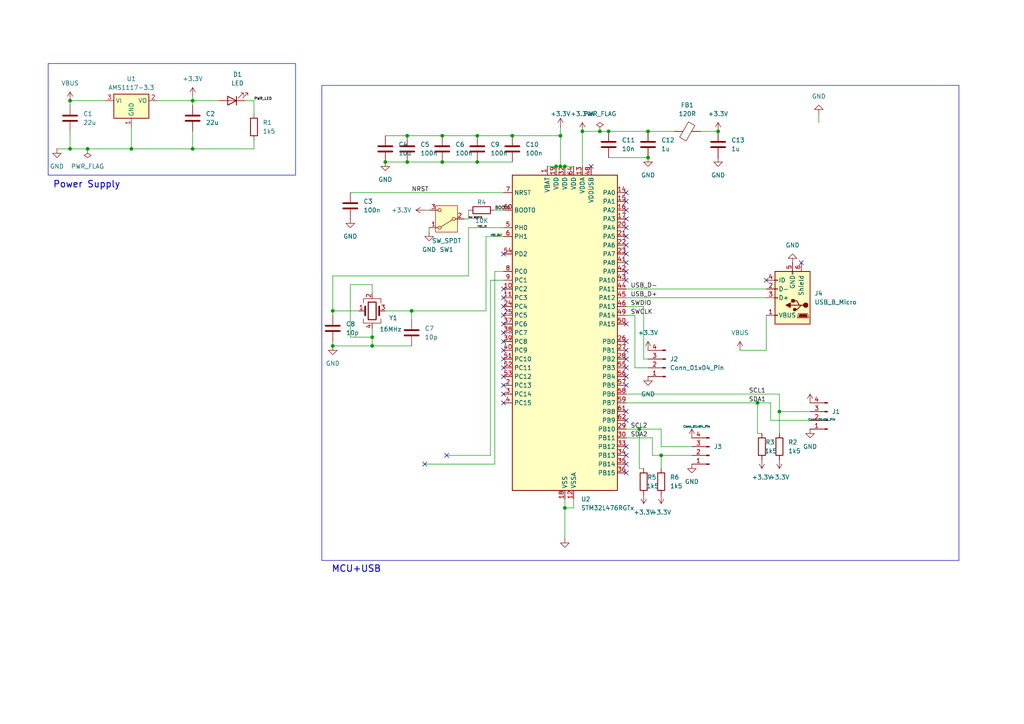
<source format=kicad_sch>
(kicad_sch (version 20250114) (generator "eeschema") (generator_version "9.0")
  (paper "A4")
  (title_block (title "STM32 DataModule") (date "1/8/2026") (rev "1") (company "MiteOUT"))
  (lib_symbols
    (symbol "Connector:Conn_01x04_Pin" (pin_names (offset 1.016) (hide yes))
      (property "Reference" "J" (at 0 5.08 0))
      (property "Value" "Conn_01x04_Pin" (at 0 -7.62 0))
      (symbol "Conn_01x04_Pin_1_1"
        (rectangle (start 0.8636 2.667) (end 0 2.413) (stroke (width 0.1524)) (fill (type outline)))
        (rectangle (start 0.8636 0.127) (end 0 -0.127) (stroke (width 0.1524)) (fill (type outline)))
        (rectangle (start 0.8636 -2.413) (end 0 -2.667) (stroke (width 0.1524)) (fill (type outline)))
        (rectangle (start 0.8636 -4.953) (end 0 -5.207) (stroke (width 0.1524)) (fill (type outline)))
        (polyline (pts (xy 1.27 2.54) (xy 0.8636 2.54)) (stroke (width 0.1524)))
        (polyline (pts (xy 1.27 0) (xy 0.8636 0)) (stroke (width 0.1524)))
        (polyline (pts (xy 1.27 -2.54) (xy 0.8636 -2.54)) (stroke (width 0.1524)))
        (polyline (pts (xy 1.27 -5.08) (xy 0.8636 -5.08)) (stroke (width 0.1524)))
        (pin passive line (at 5.08 2.54 180) (length 3.81) (name "Pin_1") (number "1"))
        (pin passive line (at 5.08 0 180) (length 3.81) (name "Pin_2") (number "2"))
        (pin passive line (at 5.08 -2.54 180) (length 3.81) (name "Pin_3") (number "3"))
        (pin passive line (at 5.08 -5.08 180) (length 3.81) (name "Pin_4") (number "4"))
      )
    )
    (symbol "Connector:USB_B_Micro" (pin_names (offset 1.016))
      (property "Reference" "J" (at -5.08 11.43 0))
      (property "Value" "USB_B_Micro" (at -5.08 8.89 0))
      (symbol "USB_B_Micro_0_1"
        (rectangle (start -5.08 -7.62) (end 5.08 7.62) (stroke (width 0.254)) (fill (type background)))
        (polyline (pts (xy -4.699 5.842) (xy -4.699 5.588) (xy -4.445 4.826) (xy -4.445 4.572) (xy -1.651 4.572) (xy -1.651 4.826) (xy -1.397 5.588) (xy -1.397 5.842) (xy -4.699 5.842)))
        (polyline (pts (xy -4.318 5.588) (xy -1.778 5.588) (xy -2.032 4.826) (xy -4.064 4.826) (xy -4.318 5.588)) (fill (type outline)))
        (circle (center -3.81 2.159) (radius 0.635) (stroke (width 0.254)) (fill (type outline)))
        (polyline (pts (xy -3.175 2.159) (xy -2.54 2.159) (xy -1.27 3.429) (xy -0.635 3.429)) (stroke (width 0.254)))
        (polyline (pts (xy -2.54 2.159) (xy -1.905 2.159) (xy -1.27 0.889) (xy 0 0.889)) (stroke (width 0.254)))
        (polyline (pts (xy -1.905 2.159) (xy 0.635 2.159)) (stroke (width 0.254)))
        (circle (center -0.635 3.429) (radius 0.381) (stroke (width 0.254)) (fill (type outline)))
        (rectangle (start -0.127 -7.62) (end 0.127 -6.858))
        (rectangle (start 0.254 1.27) (end -0.508 0.508) (stroke (width 0.254)) (fill (type outline)))
        (polyline (pts (xy 0.635 2.794) (xy 0.635 1.524) (xy 1.905 2.159) (xy 0.635 2.794)) (stroke (width 0.254)) (fill (type outline)))
        (rectangle (start 5.08 4.953) (end 4.318 5.207))
        (rectangle (start 5.08 -0.127) (end 4.318 0.127))
        (rectangle (start 5.08 -2.667) (end 4.318 -2.413))
        (rectangle (start 5.08 -5.207) (end 4.318 -4.953))
      )
      (symbol "USB_B_Micro_1_1"
        (pin passive line (at -2.54 -10.16 90) (length 2.54) (name "Shield") (number "6"))
        (pin power_out line (at 0 -10.16 90) (length 2.54) (name "GND") (number "5"))
        (pin power_out line (at 7.62 5.08 180) (length 2.54) (name "VBUS") (number "1"))
        (pin bidirectional line (at 7.62 0 180) (length 2.54) (name "D+") (number "3"))
        (pin bidirectional line (at 7.62 -2.54 180) (length 2.54) (name "D-") (number "2"))
        (pin passive line (at 7.62 -5.08 180) (length 2.54) (name "ID") (number "4"))
      )
    )
    (symbol "Device:C" (pin_numbers (hide yes)) (pin_names (offset 0.254))
      (property "Reference" "C" (at 0.635 2.54 0))
      (property "Value" "C" (at 0.635 -2.54 0))
      (symbol "C_0_1"
        (polyline (pts (xy -2.032 0.762) (xy 2.032 0.762)) (stroke (width 0.508)))
        (polyline (pts (xy -2.032 -0.762) (xy 2.032 -0.762)) (stroke (width 0.508)))
      )
      (symbol "C_1_1"
        (pin passive line (at 0 3.81 270) (length 2.794) (name "~") (number "1"))
        (pin passive line (at 0 -3.81 90) (length 2.794) (name "~") (number "2"))
      )
    )
    (symbol "Device:Crystal_GND24" (pin_names (offset 1.016) (hide yes))
      (property "Reference" "Y" (at 3.175 5.08 0))
      (property "Value" "Crystal_GND24" (at 3.175 3.175 0))
      (symbol "Crystal_GND24_0_1"
        (polyline (pts (xy -2.54 2.286) (xy -2.54 3.556) (xy 2.54 3.556) (xy 2.54 2.286)))
        (polyline (pts (xy -2.54 0) (xy -2.032 0)))
        (polyline (pts (xy -2.54 -2.286) (xy -2.54 -3.556) (xy 2.54 -3.556) (xy 2.54 -2.286)))
        (polyline (pts (xy -2.032 -1.27) (xy -2.032 1.27)) (stroke (width 0.508)))
        (rectangle (start -1.143 2.54) (end 1.143 -2.54) (stroke (width 0.3048)))
        (polyline (pts (xy 0 3.556) (xy 0 3.81)))
        (polyline (pts (xy 0 -3.81) (xy 0 -3.556)))
        (polyline (pts (xy 2.032 0) (xy 2.54 0)))
        (polyline (pts (xy 2.032 -1.27) (xy 2.032 1.27)) (stroke (width 0.508)))
      )
      (symbol "Crystal_GND24_1_1"
        (pin passive line (at -3.81 0 0) (length 1.27) (name "1") (number "1"))
        (pin passive line (at 0 5.08 270) (length 1.27) (name "2") (number "2"))
        (pin passive line (at 0 -5.08 90) (length 1.27) (name "4") (number "4"))
        (pin passive line (at 3.81 0 180) (length 1.27) (name "3") (number "3"))
      )
    )
    (symbol "Device:FerriteBead" (pin_numbers (hide yes)) (pin_names (offset 0))
      (property "Reference" "FB" (at -3.81 0.635 90))
      (property "Value" "FerriteBead" (at 3.81 0 90))
      (symbol "FerriteBead_0_1"
        (polyline (pts (xy -2.7686 0.4064) (xy -1.7018 2.2606) (xy 2.7686 -0.3048) (xy 1.6764 -2.159) (xy -2.7686 0.4064)))
        (polyline (pts (xy 0 1.27) (xy 0 1.2954)))
        (polyline (pts (xy 0 -1.27) (xy 0 -1.2192)))
      )
      (symbol "FerriteBead_1_1"
        (pin passive line (at 0 3.81 270) (length 2.54) (name "~") (number "1"))
        (pin passive line (at 0 -3.81 90) (length 2.54) (name "~") (number "2"))
      )
    )
    (symbol "Device:LED" (pin_numbers (hide yes)) (pin_names (offset 1.016) (hide yes))
      (property "Reference" "D" (at 0 2.54 0))
      (property "Value" "LED" (at 0 -2.54 0))
      (symbol "LED_0_1"
        (polyline (pts (xy -3.048 -0.762) (xy -4.572 -2.286) (xy -3.81 -2.286) (xy -4.572 -2.286) (xy -4.572 -1.524)))
        (polyline (pts (xy -1.778 -0.762) (xy -3.302 -2.286) (xy -2.54 -2.286) (xy -3.302 -2.286) (xy -3.302 -1.524)))
        (polyline (pts (xy -1.27 0) (xy 1.27 0)))
        (polyline (pts (xy -1.27 -1.27) (xy -1.27 1.27)) (stroke (width 0.254)))
        (polyline (pts (xy 1.27 -1.27) (xy 1.27 1.27) (xy -1.27 0) (xy 1.27 -1.27)) (stroke (width 0.254)))
      )
      (symbol "LED_1_1"
        (pin passive line (at -3.81 0 0) (length 2.54) (name "K") (number "1"))
        (pin passive line (at 3.81 0 180) (length 2.54) (name "A") (number "2"))
      )
    )
    (symbol "Device:R" (pin_numbers (hide yes)) (pin_names (offset 0))
      (property "Reference" "R" (at 2.032 0 90))
      (property "Value" "R" (at 0 0 90))
      (symbol "R_0_1"
        (rectangle (start -1.016 -2.54) (end 1.016 2.54) (stroke (width 0.254)))
      )
      (symbol "R_1_1"
        (pin passive line (at 0 3.81 270) (length 1.27) (name "~") (number "1"))
        (pin passive line (at 0 -3.81 90) (length 1.27) (name "~") (number "2"))
      )
    )
    (symbol "MCU_ST_STM32L4:STM32L476RGTx"
      (property "Reference" "U" (at -15.24 46.99 0))
      (property "Value" "STM32L476RGTx" (at 10.16 46.99 0))
      (symbol "STM32L476RGTx_0_1"
        (rectangle (start -15.24 -45.72) (end 15.24 45.72) (stroke (width 0.254)) (fill (type background)))
      )
      (symbol "STM32L476RGTx_1_1"
        (pin input line (at -17.78 40.64 0) (length 2.54) (name "NRST") (number "7"))
        (pin input line (at -17.78 35.56 0) (length 2.54) (name "BOOT0") (number "60"))
        (pin bidirectional line (at -17.78 30.48 0) (length 2.54) (name "PH0") (number "5"))
        (pin bidirectional line (at -17.78 27.94 0) (length 2.54) (name "PH1") (number "6"))
        (pin bidirectional line (at -17.78 22.86 0) (length 2.54) (name "PD2") (number "54"))
        (pin bidirectional line (at -17.78 17.78 0) (length 2.54) (name "PC0") (number "8"))
        (pin bidirectional line (at -17.78 15.24 0) (length 2.54) (name "PC1") (number "9"))
        (pin bidirectional line (at -17.78 12.7 0) (length 2.54) (name "PC2") (number "10"))
        (pin bidirectional line (at -17.78 10.16 0) (length 2.54) (name "PC3") (number "11"))
        (pin bidirectional line (at -17.78 7.62 0) (length 2.54) (name "PC4") (number "24"))
        (pin bidirectional line (at -17.78 5.08 0) (length 2.54) (name "PC5") (number "25"))
        (pin bidirectional line (at -17.78 2.54 0) (length 2.54) (name "PC6") (number "37"))
        (pin bidirectional line (at -17.78 0 0) (length 2.54) (name "PC7") (number "38"))
        (pin bidirectional line (at -17.78 -2.54 0) (length 2.54) (name "PC8") (number "39"))
        (pin bidirectional line (at -17.78 -5.08 0) (length 2.54) (name "PC9") (number "40"))
        (pin bidirectional line (at -17.78 -7.62 0) (length 2.54) (name "PC10") (number "51"))
        (pin bidirectional line (at -17.78 -10.16 0) (length 2.54) (name "PC11") (number "52"))
        (pin bidirectional line (at -17.78 -12.7 0) (length 2.54) (name "PC12") (number "53"))
        (pin bidirectional line (at -17.78 -15.24 0) (length 2.54) (name "PC13") (number "2"))
        (pin bidirectional line (at -17.78 -17.78 0) (length 2.54) (name "PC14") (number "3"))
        (pin bidirectional line (at -17.78 -20.32 0) (length 2.54) (name "PC15") (number "4"))
        (pin power_in line (at -5.08 48.26 270) (length 2.54) (name "VBAT") (number "1"))
        (pin power_in line (at -2.54 48.26 270) (length 2.54) (name "VDD") (number "19"))
        (pin power_in line (at 0 48.26 270) (length 2.54) (name "VDD") (number "32"))
        (pin power_in line (at 0 -48.26 90) (length 2.54) (name "VSS") (number "18"))
        (pin passive line (at 0 -48.26 90) (length 2.54) (hide yes) (name "VSS") (number "31"))
        (pin passive line (at 0 -48.26 90) (length 2.54) (hide yes) (name "VSS") (number "47"))
        (pin passive line (at 0 -48.26 90) (length 2.54) (hide yes) (name "VSS") (number "63"))
        (pin power_in line (at 2.54 48.26 270) (length 2.54) (name "VDD") (number "64"))
        (pin power_in line (at 2.54 -48.26 90) (length 2.54) (name "VSSA") (number "12"))
        (pin power_in line (at 5.08 48.26 270) (length 2.54) (name "VDDA") (number "13"))
        (pin power_in line (at 7.62 48.26 270) (length 2.54) (name "VDDUSB") (number "48"))
        (pin bidirectional line (at 17.78 40.64 180) (length 2.54) (name "PA0") (number "14"))
        (pin bidirectional line (at 17.78 38.1 180) (length 2.54) (name "PA1") (number "15"))
        (pin bidirectional line (at 17.78 35.56 180) (length 2.54) (name "PA2") (number "16"))
        (pin bidirectional line (at 17.78 33.02 180) (length 2.54) (name "PA3") (number "17"))
        (pin bidirectional line (at 17.78 30.48 180) (length 2.54) (name "PA4") (number "20"))
        (pin bidirectional line (at 17.78 27.94 180) (length 2.54) (name "PA5") (number "21"))
        (pin bidirectional line (at 17.78 25.4 180) (length 2.54) (name "PA6") (number "22"))
        (pin bidirectional line (at 17.78 22.86 180) (length 2.54) (name "PA7") (number "23"))
        (pin bidirectional line (at 17.78 20.32 180) (length 2.54) (name "PA8") (number "41"))
        (pin bidirectional line (at 17.78 17.78 180) (length 2.54) (name "PA9") (number "42"))
        (pin bidirectional line (at 17.78 15.24 180) (length 2.54) (name "PA10") (number "43"))
        (pin bidirectional line (at 17.78 12.7 180) (length 2.54) (name "PA11") (number "44"))
        (pin bidirectional line (at 17.78 10.16 180) (length 2.54) (name "PA12") (number "45"))
        (pin bidirectional line (at 17.78 7.62 180) (length 2.54) (name "PA13") (number "46"))
        (pin bidirectional line (at 17.78 5.08 180) (length 2.54) (name "PA14") (number "49"))
        (pin bidirectional line (at 17.78 2.54 180) (length 2.54) (name "PA15") (number "50"))
        (pin bidirectional line (at 17.78 -2.54 180) (length 2.54) (name "PB0") (number "26"))
        (pin bidirectional line (at 17.78 -5.08 180) (length 2.54) (name "PB1") (number "27"))
        (pin bidirectional line (at 17.78 -7.62 180) (length 2.54) (name "PB2") (number "28"))
        (pin bidirectional line (at 17.78 -10.16 180) (length 2.54) (name "PB3") (number "55"))
        (pin bidirectional line (at 17.78 -12.7 180) (length 2.54) (name "PB4") (number "56"))
        (pin bidirectional line (at 17.78 -15.24 180) (length 2.54) (name "PB5") (number "57"))
        (pin bidirectional line (at 17.78 -17.78 180) (length 2.54) (name "PB6") (number "58"))
        (pin bidirectional line (at 17.78 -20.32 180) (length 2.54) (name "PB7") (number "59"))
        (pin bidirectional line (at 17.78 -22.86 180) (length 2.54) (name "PB8") (number "61"))
        (pin bidirectional line (at 17.78 -25.4 180) (length 2.54) (name "PB9") (number "62"))
        (pin bidirectional line (at 17.78 -27.94 180) (length 2.54) (name "PB10") (number "29"))
        (pin bidirectional line (at 17.78 -30.48 180) (length 2.54) (name "PB11") (number "30"))
        (pin bidirectional line (at 17.78 -33.02 180) (length 2.54) (name "PB12") (number "33"))
        (pin bidirectional line (at 17.78 -35.56 180) (length 2.54) (name "PB13") (number "34"))
        (pin bidirectional line (at 17.78 -38.1 180) (length 2.54) (name "PB14") (number "35"))
        (pin bidirectional line (at 17.78 -40.64 180) (length 2.54) (name "PB15") (number "36"))
      )
    )
    (symbol "Regulator_Linear:AMS1117-3.3"
      (property "Reference" "U" (at -3.81 3.175 0))
      (property "Value" "AMS1117-3.3" (at 0 3.175 0))
      (symbol "AMS1117-3.3_0_1"
        (rectangle (start -5.08 -5.08) (end 5.08 1.905) (stroke (width 0.254)) (fill (type background)))
      )
      (symbol "AMS1117-3.3_1_1"
        (pin power_in line (at -7.62 0 0) (length 2.54) (name "VI") (number "3"))
        (pin power_in line (at 0 -7.62 90) (length 2.54) (name "GND") (number "1"))
        (pin power_out line (at 7.62 0 180) (length 2.54) (name "VO") (number "2"))
      )
    )
    (symbol "Switch:SW_SPDT" (pin_names (offset 0) (hide yes))
      (property "Reference" "SW" (at 0 5.08 0))
      (property "Value" "SW_SPDT" (at 0 -5.08 0))
      (symbol "SW_SPDT_0_1"
        (circle (center -2.032 0) (radius 0.4572))
        (polyline (pts (xy -1.651 0.254) (xy 1.651 2.286)))
        (circle (center 2.032 2.54) (radius 0.4572))
        (circle (center 2.032 -2.54) (radius 0.4572))
      )
      (symbol "SW_SPDT_1_1"
        (rectangle (start -3.175 3.81) (end 3.175 -3.81) (fill (type background)))
        (pin passive line (at -5.08 0 0) (length 2.54) (name "B") (number "2"))
        (pin passive line (at 5.08 2.54 180) (length 2.54) (name "A") (number "1"))
        (pin passive line (at 5.08 -2.54 180) (length 2.54) (name "C") (number "3"))
      )
    )
    (symbol "power:+3.3V" (power) (pin_numbers (hide yes)) (pin_names (offset 0) (hide yes))
      (property "Value" "+3.3V" (at 0 3.556 0))
      (symbol "+3.3V_0_1"
        (polyline (pts (xy -0.762 1.27) (xy 0 2.54)))
        (polyline (pts (xy 0 2.54) (xy 0.762 1.27)))
        (polyline (pts (xy 0 0) (xy 0 2.54)))
      )
      (symbol "+3.3V_1_1"
        (pin power_in line (at 0 0 90) (length 0) (name "~") (number "1"))
      )
    )
    (symbol "power:+3.3VA" (power) (pin_numbers (hide yes)) (pin_names (offset 0) (hide yes))
      (property "Value" "+3.3VA" (at 0 3.556 0))
      (symbol "+3.3VA_0_1"
        (polyline (pts (xy -0.762 1.27) (xy 0 2.54)))
        (polyline (pts (xy 0 2.54) (xy 0.762 1.27)))
        (polyline (pts (xy 0 0) (xy 0 2.54)))
      )
      (symbol "+3.3VA_1_1"
        (pin power_in line (at 0 0 90) (length 0) (name "~") (number "1"))
      )
    )
    (symbol "power:GND" (power) (pin_numbers (hide yes)) (pin_names (offset 0) (hide yes))
      (property "Value" "GND" (at 0 -3.81 0))
      (symbol "GND_0_1"
        (polyline (pts (xy 0 0) (xy 0 -1.27) (xy 1.27 -1.27) (xy 0 -2.54) (xy -1.27 -1.27) (xy 0 -1.27)))
      )
      (symbol "GND_1_1"
        (pin power_in line (at 0 0 270) (length 0) (name "~") (number "1"))
      )
    )
    (symbol "power:PWR_FLAG" (power) (pin_numbers (hide yes)) (pin_names (offset 0) (hide yes))
      (property "Value" "PWR_FLAG" (at 0 3.81 0))
      (symbol "PWR_FLAG_0_0"
        (pin power_out line (at 0 0 90) (length 0) (name "~") (number "1"))
      )
      (symbol "PWR_FLAG_0_1"
        (polyline (pts (xy 0 0) (xy 0 1.27) (xy -1.016 1.905) (xy 0 2.54) (xy 1.016 1.905) (xy 0 1.27)))
      )
    )
    (symbol "power:VBUS" (power) (pin_numbers (hide yes)) (pin_names (offset 0) (hide yes))
      (property "Value" "VBUS" (at 0 3.556 0))
      (symbol "VBUS_0_1"
        (polyline (pts (xy -0.762 1.27) (xy 0 2.54)))
        (polyline (pts (xy 0 2.54) (xy 0.762 1.27)))
        (polyline (pts (xy 0 0) (xy 0 2.54)))
      )
      (symbol "VBUS_1_1"
        (pin power_in line (at 0 0 90) (length 0) (name "~") (number "1"))
      )
    )
  )
  (rectangle (start 13.97 18.415) (end 85.725 50.8))
  (rectangle (start 93.345 24.765) (end 278.13 162.56))
  (text "Power Supply" (at 25.146 53.594 0) (effects (font (size 1.905 1.905) (thickness 0.254) (bold yes))))
  (text "MCU+USB" (at 103.378 165.1 0) (effects (font (size 1.905 1.905) (thickness 0.254) (bold yes))))
  (junction (at 226.06 119.38))
  (junction (at 55.88 43.18))
  (junction (at 148.59 39.37))
  (junction (at 162.56 39.37))
  (junction (at 20.32 29.21))
  (junction (at 25.4 43.18))
  (junction (at 55.88 29.21))
  (junction (at 173.99 38.1))
  (junction (at 219.71 116.84))
  (junction (at 107.95 97.79))
  (junction (at 163.83 48.26))
  (junction (at 96.52 100.33))
  (junction (at 107.95 100.33))
  (junction (at 38.1 43.18))
  (junction (at 208.28 38.1))
  (junction (at 118.11 39.37))
  (junction (at 187.96 38.1))
  (junction (at 118.11 46.99))
  (junction (at 163.83 147.32))
  (junction (at 185.42 124.46))
  (junction (at 96.52 90.17))
  (junction (at 191.77 132.08))
  (junction (at 20.32 43.18))
  (junction (at 138.43 46.99))
  (junction (at 111.76 46.99))
  (junction (at 187.96 45.72))
  (junction (at 138.43 39.37))
  (junction (at 119.38 90.17))
  (junction (at 128.27 39.37))
  (junction (at 128.27 46.99))
  (junction (at 176.53 38.1))
  (junction (at 168.91 38.1))
  (junction (at 162.56 48.26))
  (junction (at 161.29 48.26))
  (no_connect (at 146.05 93.98))
  (no_connect (at 146.05 101.6))
  (no_connect (at 181.61 99.06))
  (no_connect (at 146.05 73.66))
  (no_connect (at 181.61 109.22))
  (no_connect (at 181.61 73.66))
  (no_connect (at 181.61 119.38))
  (no_connect (at 181.61 55.88))
  (no_connect (at 146.05 96.52))
  (no_connect (at 181.61 60.96))
  (no_connect (at 146.05 106.68))
  (no_connect (at 181.61 106.68))
  (no_connect (at 181.61 93.98))
  (no_connect (at 146.05 86.36))
  (no_connect (at 146.05 88.9))
  (no_connect (at 181.61 129.54))
  (no_connect (at 146.05 83.82))
  (no_connect (at 146.05 99.06))
  (no_connect (at 181.61 58.42))
  (no_connect (at 171.45 48.26))
  (no_connect (at 129.54 132.08))
  (no_connect (at 146.05 116.84))
  (no_connect (at 181.61 78.74))
  (no_connect (at 146.05 91.44))
  (no_connect (at 181.61 132.08))
  (no_connect (at 146.05 109.22))
  (no_connect (at 181.61 101.6))
  (no_connect (at 146.05 111.76))
  (no_connect (at 181.61 71.12))
  (no_connect (at 146.05 114.3))
  (no_connect (at 181.61 81.28))
  (no_connect (at 181.61 63.5))
  (no_connect (at 232.41 76.2))
  (no_connect (at 181.61 111.76))
  (no_connect (at 181.61 121.92))
  (no_connect (at 181.61 134.62))
  (no_connect (at 222.25 81.28))
  (no_connect (at 123.19 134.62))
  (no_connect (at 181.61 137.16))
  (no_connect (at 181.61 68.58))
  (no_connect (at 181.61 66.04))
  (no_connect (at 146.05 104.14))
  (no_connect (at 181.61 104.14))
  (no_connect (at 181.61 76.2))
  (wire (pts (xy 173.99 38.1) (xy 168.91 38.1)))
  (wire (pts (xy 101.6 55.88) (xy 146.05 55.88)))
  (wire (pts (xy 191.77 132.08) (xy 200.66 132.08)))
  (wire (pts (xy 118.11 46.99) (xy 128.27 46.99)))
  (wire (pts (xy 161.29 48.26) (xy 162.56 48.26)))
  (wire (pts (xy 181.61 86.36) (xy 222.25 86.36)))
  (wire (pts (xy 128.27 39.37) (xy 138.43 39.37)))
  (wire (pts (xy 181.61 88.9) (xy 186.69 88.9)))
  (wire (pts (xy 55.88 43.18) (xy 73.66 43.18)))
  (wire (pts (xy 162.56 48.26) (xy 163.83 48.26)))
  (wire (pts (xy 107.95 97.79) (xy 107.95 100.33)))
  (wire (pts (xy 111.76 39.37) (xy 118.11 39.37)))
  (wire (pts (xy 101.6 97.79) (xy 107.95 97.79)))
  (wire (pts (xy 107.95 82.55) (xy 101.6 82.55)))
  (wire (pts (xy 104.14 90.17) (xy 96.52 90.17)))
  (wire (pts (xy 96.52 90.17) (xy 96.52 91.44)))
  (wire (pts (xy 184.15 106.68) (xy 187.96 106.68)))
  (wire (pts (xy 73.66 29.21) (xy 73.66 33.02)))
  (wire (pts (xy 187.96 38.1) (xy 195.58 38.1)))
  (wire (pts (xy 185.42 124.46) (xy 185.42 135.89)))
  (wire (pts (xy 107.95 100.33) (xy 119.38 100.33)))
  (wire (pts (xy 219.71 116.84) (xy 223.52 116.84)))
  (wire (pts (xy 176.53 45.72) (xy 187.96 45.72)))
  (wire (pts (xy 96.52 99.06) (xy 96.52 100.33)))
  (wire (pts (xy 138.43 39.37) (xy 148.59 39.37)))
  (wire (pts (xy 176.53 38.1) (xy 187.96 38.1)))
  (wire (pts (xy 146.05 66.04) (xy 135.89 66.04)))
  (wire (pts (xy 96.52 100.33) (xy 107.95 100.33)))
  (wire (pts (xy 166.37 147.32) (xy 163.83 147.32)))
  (wire (pts (xy 38.1 43.18) (xy 55.88 43.18)))
  (wire (pts (xy 45.72 29.21) (xy 55.88 29.21)))
  (wire (pts (xy 55.88 29.21) (xy 63.5 29.21)))
  (wire (pts (xy 119.38 90.17) (xy 119.38 92.71)))
  (wire (pts (xy 163.83 144.78) (xy 163.83 147.32)))
  (wire (pts (xy 146.05 60.96) (xy 143.51 60.96)))
  (wire (pts (xy 223.52 121.92) (xy 234.95 121.92)))
  (wire (pts (xy 181.61 114.3) (xy 226.06 114.3)))
  (wire (pts (xy 186.69 88.9) (xy 186.69 104.14)))
  (wire (pts (xy 135.89 63.5) (xy 134.62 63.5)))
  (wire (pts (xy 163.83 147.32) (xy 163.83 156.21)))
  (wire (pts (xy 162.56 39.37) (xy 162.56 48.26)))
  (wire (pts (xy 25.4 43.18) (xy 20.32 43.18)))
  (wire (pts (xy 143.51 78.74) (xy 143.51 134.62)))
  (wire (pts (xy 20.32 29.21) (xy 20.32 30.48)))
  (wire (pts (xy 123.19 60.96) (xy 124.46 60.96)))
  (wire (pts (xy 223.52 116.84) (xy 223.52 121.92)))
  (wire (pts (xy 203.2 38.1) (xy 208.28 38.1)))
  (wire (pts (xy 101.6 82.55) (xy 101.6 97.79)))
  (wire (pts (xy 162.56 36.83) (xy 162.56 39.37)))
  (wire (pts (xy 191.77 132.08) (xy 191.77 135.89)))
  (wire (pts (xy 146.05 78.74) (xy 143.51 78.74)))
  (wire (pts (xy 148.59 39.37) (xy 162.56 39.37)))
  (wire (pts (xy 146.05 68.58) (xy 140.97 68.58)))
  (wire (pts (xy 20.32 29.21) (xy 30.48 29.21)))
  (wire (pts (xy 191.77 124.46) (xy 191.77 129.54)))
  (wire (pts (xy 135.89 66.04) (xy 135.89 80.01)))
  (wire (pts (xy 138.43 46.99) (xy 148.59 46.99)))
  (wire (pts (xy 96.52 80.01) (xy 96.52 90.17)))
  (wire (pts (xy 219.71 125.73) (xy 219.71 116.84)))
  (wire (pts (xy 119.38 90.17) (xy 111.76 90.17)))
  (wire (pts (xy 71.12 29.21) (xy 73.66 29.21)))
  (wire (pts (xy 226.06 114.3) (xy 226.06 119.38)))
  (wire (pts (xy 20.32 38.1) (xy 20.32 43.18)))
  (wire (pts (xy 181.61 116.84) (xy 219.71 116.84)))
  (wire (pts (xy 124.46 66.04) (xy 124.46 67.31)))
  (wire (pts (xy 222.25 91.44) (xy 222.25 101.6)))
  (wire (pts (xy 214.63 101.6) (xy 222.25 101.6)))
  (wire (pts (xy 237.49 33.02) (xy 237.49 35.56)))
  (wire (pts (xy 118.11 39.37) (xy 128.27 39.37)))
  (wire (pts (xy 55.88 27.94) (xy 55.88 29.21)))
  (wire (pts (xy 20.32 43.18) (xy 16.51 43.18)))
  (wire (pts (xy 166.37 144.78) (xy 166.37 147.32)))
  (wire (pts (xy 142.24 132.08) (xy 142.24 81.28)))
  (wire (pts (xy 140.97 68.58) (xy 140.97 90.17)))
  (wire (pts (xy 38.1 43.18) (xy 25.4 43.18)))
  (wire (pts (xy 142.24 81.28) (xy 146.05 81.28)))
  (wire (pts (xy 181.61 91.44) (xy 184.15 91.44)))
  (wire (pts (xy 185.42 135.89) (xy 186.69 135.89)))
  (wire (pts (xy 186.69 104.14) (xy 187.96 104.14)))
  (wire (pts (xy 128.27 46.99) (xy 138.43 46.99)))
  (wire (pts (xy 189.23 127) (xy 189.23 132.08)))
  (wire (pts (xy 111.76 46.99) (xy 118.11 46.99)))
  (wire (pts (xy 168.91 38.1) (xy 168.91 48.26)))
  (wire (pts (xy 176.53 38.1) (xy 173.99 38.1)))
  (wire (pts (xy 226.06 119.38) (xy 226.06 125.73)))
  (wire (pts (xy 107.95 95.25) (xy 107.95 97.79)))
  (wire (pts (xy 73.66 40.64) (xy 73.66 43.18)))
  (wire (pts (xy 38.1 36.83) (xy 38.1 43.18)))
  (wire (pts (xy 181.61 127) (xy 189.23 127)))
  (wire (pts (xy 226.06 119.38) (xy 234.95 119.38)))
  (wire (pts (xy 163.83 48.26) (xy 166.37 48.26)))
  (wire (pts (xy 181.61 83.82) (xy 222.25 83.82)))
  (wire (pts (xy 55.88 29.21) (xy 55.88 30.48)))
  (wire (pts (xy 158.75 48.26) (xy 161.29 48.26)))
  (wire (pts (xy 191.77 129.54) (xy 200.66 129.54)))
  (wire (pts (xy 107.95 85.09) (xy 107.95 82.55)))
  (wire (pts (xy 181.61 124.46) (xy 185.42 124.46)))
  (wire (pts (xy 184.15 91.44) (xy 184.15 106.68)))
  (wire (pts (xy 135.89 60.96) (xy 135.89 63.5)))
  (wire (pts (xy 129.54 132.08) (xy 142.24 132.08)))
  (wire (pts (xy 55.88 38.1) (xy 55.88 43.18)))
  (wire (pts (xy 135.89 80.01) (xy 96.52 80.01)))
  (wire (pts (xy 219.71 125.73) (xy 220.98 125.73)))
  (wire (pts (xy 123.19 134.62) (xy 143.51 134.62)))
  (wire (pts (xy 140.97 90.17) (xy 119.38 90.17)))
  (wire (pts (xy 185.42 124.46) (xy 191.77 124.46)))
  (wire (pts (xy 189.23 132.08) (xy 191.77 132.08)))
  (label "HSE_IN" (at 138.43 66.04 0) (effects (font (size 0.508 0.508))))
  (label "SWCLK" (at 182.88 91.44 0))
  (label "SDA2" (at 182.88 127 0))
  (label "PWR_LED" (at 73.66 29.21 0) (effects (font (size 0.762 0.762))))
  (label "SDA1" (at 217.17 116.84 0))
  (label "SCL2" (at 182.88 124.46 0))
  (label "SW_BOOT0" (at 135.89 63.5 0) (effects (font (size 0.508 0.508))))
  (label "SCL1" (at 217.17 114.3 0))
  (label "HSE_OUT" (at 142.24 68.58 0) (effects (font (size 0.508 0.508))))
  (label "USB_D+" (at 182.88 86.36 0))
  (label "USB_D-" (at 182.88 83.82 0))
  (label "SWDIO" (at 182.88 88.9 0))
  (label "NRST" (at 119.38 55.88 0))
  (label "BOOT0" (at 143.51 60.96 0) (effects (font (size 0.889 0.889))))
  (symbol (lib_id "Connector:USB_B_Micro") (at 229.87 86.36 180) (unit 1)
    (property "Reference" "J4" (at 236.22 85.0899 0) (effects (justify right)))
    (property "Value" "USB_B_Micro" (at 236.22 87.6299 0) (effects (justify right)))
    (property "Footprint" "Connector_USB:USB_Micro-B_Molex_47346-0001" (effects (hide yes)))
    (property "Description" "USB Micro Type B connector" (effects (hide yes)))
  )
  (symbol (lib_id "power:GND") (at 208.28 45.72 0) (unit 1)
    (property "Reference" "#PWR027" (effects (hide yes)))
    (property "Value" "GND" (at 208.28 50.8 0))
    (property "Description" "Power symbol creates a global label with name \"GND\" , ground" (effects (hide yes)))
  )
  (symbol (lib_id "Connector:Conn_01x04_Pin") (at 193.04 106.68 180) (unit 1)
    (property "Reference" "J2" (at 194.31 104.1399 0) (effects (justify right)))
    (property "Value" "Conn_01x04_Pin" (at 194.31 106.6799 0) (effects (justify right)))
    (property "Footprint" "Connector_PinHeader_2.54mm:PinHeader_1x04_P2.54mm_Vertical" (effects (hide yes)))
    (property "Description" "Generic connector, single row, 01x04, script generated" (effects (hide yes)))
  )
  (symbol (lib_id "power:GND") (at 187.96 109.22 0) (unit 1)
    (property "Reference" "#PWR021" (effects (hide yes)))
    (property "Value" "GND" (at 187.96 114.3 0))
    (property "Description" "Power symbol creates a global label with name \"GND\" , ground" (effects (hide yes)))
  )
  (symbol (lib_id "power:+3.3V") (at 162.56 36.83 0) (unit 1)
    (property "Reference" "#PWR015" (effects (hide yes)))
    (property "Value" "+3.3V" (at 162.56 33.02 0))
    (property "Description" "Power symbol creates a global label with name \"+3.3V\"" (effects (hide yes)))
  )
  (symbol (lib_id "power:GND") (at 111.76 46.99 0) (unit 1)
    (property "Reference" "#PWR05" (effects (hide yes)))
    (property "Value" "GND" (at 111.76 52.07 0))
    (property "Description" "Power symbol creates a global label with name \"GND\" , ground" (effects (hide yes)))
  )
  (symbol (lib_id "Device:C") (at 119.38 96.52 0) (unit 1)
    (property "Reference" "C7" (at 123.19 95.2499 0) (effects (justify left)))
    (property "Value" "10p" (at 123.19 97.7899 0) (effects (justify left)))
    (property "Footprint" "Capacitor_SMD:C_0402_1005Metric" (effects (hide yes)))
    (property "Description" "Unpolarized capacitor" (effects (hide yes)))
  )
  (symbol (lib_id "Device:R") (at 73.66 36.83 0) (unit 1)
    (property "Reference" "R1" (at 76.2 35.5599 0) (effects (justify left)))
    (property "Value" "1k5" (at 76.2 38.0999 0) (effects (justify left)))
    (property "Footprint" "Resistor_SMD:R_0402_1005Metric" (effects (hide yes)))
    (property "Description" "Resistor" (effects (hide yes)))
  )
  (symbol (lib_id "Device:C") (at 118.11 43.18 0) (unit 1)
    (property "Reference" "C5" (at 121.92 41.9099 0) (effects (justify left)))
    (property "Value" "100n" (at 121.92 44.4499 0) (effects (justify left)))
    (property "Footprint" "Capacitor_SMD:C_0402_1005Metric" (effects (hide yes)))
    (property "Description" "Unpolarized capacitor" (effects (hide yes)))
  )
  (symbol (lib_id "Connector:Conn_01x04_Pin") (at 240.03 121.92 180) (unit 1)
    (property "Reference" "J1" (at 241.3 119.3799 0) (effects (justify right)))
    (property "Value" "Conn_01x04_Pin" (at 234.442 121.666 0) (effects (font (size 0.635 0.635)) (justify right)))
    (property "Footprint" "Connector_PinHeader_2.54mm:PinHeader_1x04_P2.54mm_Vertical" (effects (hide yes)))
    (property "Description" "Generic connector, single row, 01x04, script generated" (effects (hide yes)))
  )
  (symbol (lib_id "power:+3.3V") (at 187.96 101.6 0) (unit 1)
    (property "Reference" "#PWR020" (effects (hide yes)))
    (property "Value" "+3.3V" (at 187.96 96.52 0))
    (property "Description" "Power symbol creates a global label with name \"+3.3V\"" (effects (hide yes)))
  )
  (symbol (lib_id "power:+3.3V") (at 226.06 133.35 180) (unit 1)
    (property "Reference" "#PWR010" (effects (hide yes)))
    (property "Value" "+3.3V" (at 226.06 138.43 0))
    (property "Description" "Power symbol creates a global label with name \"+3.3V\"" (effects (hide yes)))
  )
  (symbol (lib_id "Device:C") (at 20.32 34.29 0) (unit 1)
    (property "Reference" "C1" (at 24.13 33.0199 0) (effects (justify left)))
    (property "Value" "22u" (at 24.13 35.5599 0) (effects (justify left)))
    (property "Footprint" "Capacitor_SMD:C_0805_2012Metric" (effects (hide yes)))
    (property "Description" "Unpolarized capacitor" (effects (hide yes)))
  )
  (symbol (lib_id "power:PWR_FLAG") (at 25.4 43.18 180) (unit 1)
    (property "Reference" "#FLG02" (effects (hide yes)))
    (property "Value" "PWR_FLAG" (at 25.4 48.26 0))
    (property "Description" "Special symbol for telling ERC where power comes from" (effects (hide yes)))
  )
  (symbol (lib_id "power:VBUS") (at 214.63 101.6 0) (unit 1)
    (property "Reference" "#PWR029" (effects (hide yes)))
    (property "Value" "VBUS" (at 214.63 96.52 0))
    (property "Description" "Power symbol creates a global label with name \"VBUS\"" (effects (hide yes)))
  )
  (symbol (lib_id "power:+3.3V") (at 191.77 143.51 180) (unit 1)
    (property "Reference" "#PWR022" (effects (hide yes)))
    (property "Value" "+3.3V" (at 191.77 148.59 0))
    (property "Description" "Power symbol creates a global label with name \"+3.3V\"" (effects (hide yes)))
  )
  (symbol (lib_id "Device:R") (at 226.06 129.54 0) (unit 1)
    (property "Reference" "R2" (at 228.6 128.2699 0) (effects (justify left)))
    (property "Value" "1k5" (at 228.6 130.8099 0) (effects (justify left)))
    (property "Footprint" "Resistor_SMD:R_0402_1005Metric" (effects (hide yes)))
    (property "Description" "Resistor" (effects (hide yes)))
  )
  (symbol (lib_id "Device:Crystal_GND24") (at 107.95 90.17 0) (unit 1)
    (property "Reference" "Y1" (at 114.046 92.202 0))
    (property "Value" "16MHz" (at 113.284 95.504 0))
    (property "Footprint" "Crystal:Crystal_SMD_3225-4Pin_3.2x2.5mm_HandSoldering" (effects (hide yes)))
    (property "Description" "Four pin crystal, GND on pins 2 and 4" (effects (hide yes)))
  )
  (symbol (lib_id "Device:C") (at 55.88 34.29 0) (unit 1)
    (property "Reference" "C2" (at 59.69 33.0199 0) (effects (justify left)))
    (property "Value" "22u" (at 59.69 35.5599 0) (effects (justify left)))
    (property "Footprint" "Capacitor_SMD:C_0805_2012Metric" (effects (hide yes)))
    (property "Description" "Unpolarized capacitor" (effects (hide yes)))
  )
  (symbol (lib_id "power:GND") (at 16.51 43.18 0) (unit 1)
    (property "Reference" "#PWR01" (effects (hide yes)))
    (property "Value" "GND" (at 16.51 48.26 0))
    (property "Description" "Power symbol creates a global label with name \"GND\" , ground" (effects (hide yes)))
  )
  (symbol (lib_id "power:GND") (at 187.96 45.72 0) (unit 1)
    (property "Reference" "#PWR019" (effects (hide yes)))
    (property "Value" "GND" (at 187.96 50.8 0))
    (property "Description" "Power symbol creates a global label with name \"GND\" , ground" (effects (hide yes)))
  )
  (symbol (lib_id "Device:C") (at 96.52 95.25 0) (unit 1)
    (property "Reference" "C8" (at 100.33 93.9799 0) (effects (justify left)))
    (property "Value" "10p" (at 100.33 96.5199 0) (effects (justify left)))
    (property "Footprint" "Capacitor_SMD:C_0402_1005Metric" (effects (hide yes)))
    (property "Description" "Unpolarized capacitor" (effects (hide yes)))
  )
  (symbol (lib_id "power:GND") (at 237.49 33.02 180) (unit 1)
    (property "Reference" "#PWR025" (effects (hide yes)))
    (property "Value" "GND" (at 237.49 27.94 0))
    (property "Description" "Power symbol creates a global label with name \"GND\" , ground" (effects (hide yes)))
  )
  (symbol (lib_id "power:+3.3V") (at 220.98 133.35 180) (unit 1)
    (property "Reference" "#PWR013" (effects (hide yes)))
    (property "Value" "+3.3V" (at 220.98 138.43 0))
    (property "Description" "Power symbol creates a global label with name \"+3.3V\"" (effects (hide yes)))
  )
  (symbol (lib_id "Device:R") (at 220.98 129.54 0) (unit 1)
    (property "Reference" "R3" (at 221.996 128.27 0) (effects (justify left)))
    (property "Value" "1k5" (at 221.742 130.81 0) (effects (justify left)))
    (property "Footprint" "Resistor_SMD:R_0402_1005Metric" (effects (hide yes)))
    (property "Description" "Resistor" (effects (hide yes)))
  )
  (symbol (lib_id "Device:C") (at 111.76 43.18 0) (unit 1)
    (property "Reference" "C4" (at 115.57 41.9099 0) (effects (justify left)))
    (property "Value" "10u" (at 115.57 44.4499 0) (effects (justify left)))
    (property "Footprint" "Capacitor_SMD:C_0603_1608Metric" (effects (hide yes)))
    (property "Description" "Unpolarized capacitor" (effects (hide yes)))
  )
  (symbol (lib_id "power:GND") (at 96.52 100.33 0) (unit 1)
    (property "Reference" "#PWR014" (effects (hide yes)))
    (property "Value" "GND" (at 96.52 105.41 0))
    (property "Description" "Power symbol creates a global label with name \"GND\" , ground" (effects (hide yes)))
  )
  (symbol (lib_id "power:PWR_FLAG") (at 173.99 38.1 0) (unit 1)
    (property "Reference" "#FLG01" (effects (hide yes)))
    (property "Value" "PWR_FLAG" (at 173.99 33.02 0))
    (property "Description" "Special symbol for telling ERC where power comes from" (effects (hide yes)))
  )
  (symbol (lib_id "power:+3.3V") (at 123.19 60.96 90) (unit 1)
    (property "Reference" "#PWR09" (effects (hide yes)))
    (property "Value" "+3.3V" (at 119.38 60.9599 90) (effects (justify left)))
    (property "Description" "Power symbol creates a global label with name \"+3.3V\"" (effects (hide yes)))
  )
  (symbol (lib_id "power:+3.3V") (at 186.69 143.51 180) (unit 1)
    (property "Reference" "#PWR018" (effects (hide yes)))
    (property "Value" "+3.3V" (at 186.69 148.59 0))
    (property "Description" "Power symbol creates a global label with name \"+3.3V\"" (effects (hide yes)))
  )
  (symbol (lib_id "Device:C") (at 128.27 43.18 0) (unit 1)
    (property "Reference" "C6" (at 132.08 41.9099 0) (effects (justify left)))
    (property "Value" "100n" (at 132.08 44.4499 0) (effects (justify left)))
    (property "Footprint" "Capacitor_SMD:C_0402_1005Metric" (effects (hide yes)))
    (property "Description" "Unpolarized capacitor" (effects (hide yes)))
  )
  (symbol (lib_id "power:+3.3V") (at 234.95 116.84 0) (unit 1)
    (property "Reference" "#PWR08" (effects (hide yes)))
    (property "Value" "+3.3V" (effects (hide yes)))
    (property "Description" "Power symbol creates a global label with name \"+3.3V\"" (effects (hide yes)))
  )
  (symbol (lib_id "Device:C") (at 208.28 41.91 0) (unit 1)
    (property "Reference" "C13" (at 212.09 40.6399 0) (effects (justify left)))
    (property "Value" "1u" (at 212.09 43.1799 0) (effects (justify left)))
    (property "Footprint" "Capacitor_SMD:C_0402_1005Metric" (effects (hide yes)))
    (property "Description" "Unpolarized capacitor" (effects (hide yes)))
  )
  (symbol (lib_id "power:GND") (at 101.6 63.5 0) (unit 1)
    (property "Reference" "#PWR04" (effects (hide yes)))
    (property "Value" "GND" (at 101.6 68.58 0))
    (property "Description" "Power symbol creates a global label with name \"GND\" , ground" (effects (hide yes)))
  )
  (symbol (lib_id "Device:LED") (at 67.31 29.21 180) (unit 1)
    (property "Reference" "D1" (at 68.8975 21.59 0))
    (property "Value" "LED" (at 68.8975 24.13 0))
    (property "Footprint" "LED_SMD:LED_0603_1608Metric" (effects (hide yes)))
    (property "Description" "Light emitting diode" (effects (hide yes)))
    (property "Sim.Pins" "1=K 2=A" (effects (hide yes)))
  )
  (symbol (lib_id "power:+3.3V") (at 208.28 38.1 0) (unit 1)
    (property "Reference" "#PWR026" (effects (hide yes)))
    (property "Value" "+3.3V" (at 208.28 33.02 0))
    (property "Description" "Power symbol creates a global label with name \"+3.3V\"" (effects (hide yes)))
  )
  (symbol (lib_id "power:GND") (at 229.87 76.2 180) (unit 1)
    (property "Reference" "#PWR06" (effects (hide yes)))
    (property "Value" "GND" (at 229.87 71.12 0))
    (property "Description" "Power symbol creates a global label with name \"GND\" , ground" (effects (hide yes)))
  )
  (symbol (lib_id "Device:C") (at 101.6 59.69 0) (unit 1)
    (property "Reference" "C3" (at 105.41 58.4199 0) (effects (justify left)))
    (property "Value" "100n" (at 105.41 60.9599 0) (effects (justify left)))
    (property "Footprint" "Capacitor_SMD:C_0402_1005Metric" (effects (hide yes)))
    (property "Description" "Unpolarized capacitor" (effects (hide yes)))
  )
  (symbol (lib_id "MCU_ST_STM32L4:STM32L476RGTx") (at 163.83 96.52 0) (unit 1)
    (property "Reference" "U2" (at 168.5133 144.78 0) (effects (justify left)))
    (property "Value" "STM32L476RGTx" (at 168.5133 147.32 0) (effects (justify left)))
    (property "Footprint" "Package_QFP:LQFP-64_10x10mm_P0.5mm" (effects (hide yes)))
    (property "Datasheet" "https://www.st.com/resource/en/datasheet/stm32l476rg.pdf" (effects (hide yes)))
    (property "Description" "STMicroelectronics Arm Cortex-M4 MCU, 1024KB flash, 128KB RAM, 80 MHz, 1.71-3.6V, 51 GPIO, LQFP64" (effects (hide yes)))
  )
  (symbol (lib_id "power:+3.3V") (at 55.88 27.94 0) (unit 1)
    (property "Reference" "#PWR03" (effects (hide yes)))
    (property "Value" "+3.3V" (at 55.88 22.86 0))
    (property "Description" "Power symbol creates a global label with name \"+3.3V\"" (effects (hide yes)))
  )
  (symbol (lib_id "Device:R") (at 186.69 139.7 0) (unit 1)
    (property "Reference" "R5" (at 187.706 138.43 0) (effects (justify left)))
    (property "Value" "1k5" (at 187.452 140.97 0) (effects (justify left)))
    (property "Footprint" "Resistor_SMD:R_0402_1005Metric" (effects (hide yes)))
    (property "Description" "Resistor" (effects (hide yes)))
  )
  (symbol (lib_id "Device:R") (at 139.7 60.96 90) (unit 1)
    (property "Reference" "R4" (at 139.7 58.674 90))
    (property "Value" "10K" (at 139.7 64.008 90))
    (property "Footprint" "Resistor_SMD:R_0402_1005Metric" (effects (hide yes)))
    (property "Description" "Resistor" (effects (hide yes)))
  )
  (symbol (lib_id "Regulator_Linear:AMS1117-3.3") (at 38.1 29.21 0) (unit 1)
    (property "Reference" "U1" (at 38.1 22.86 0))
    (property "Value" "AMS1117-3.3" (at 38.1 25.4 0))
    (property "Footprint" "Package_TO_SOT_SMD:SOT-223-3_TabPin2" (effects (hide yes)))
    (property "Datasheet" "http://www.advanced-monolithic.com/pdf/ds1117.pdf" (effects (hide yes)))
    (property "Description" "1A Low Dropout regulator, positive, 3.3V fixed output, SOT-223" (effects (hide yes)))
  )
  (symbol (lib_id "Device:R") (at 191.77 139.7 0) (unit 1)
    (property "Reference" "R6" (at 194.31 138.4299 0) (effects (justify left)))
    (property "Value" "1k5" (at 194.31 140.9699 0) (effects (justify left)))
    (property "Footprint" "Resistor_SMD:R_0402_1005Metric" (effects (hide yes)))
    (property "Description" "Resistor" (effects (hide yes)))
  )
  (symbol (lib_id "Connector:Conn_01x04_Pin") (at 205.74 132.08 180) (unit 1)
    (property "Reference" "J3" (at 207.01 129.5399 0) (effects (justify right)))
    (property "Value" "Conn_01x04_Pin" (at 198.12 123.698 0) (effects (font (size 0.635 0.635)) (justify right)))
    (property "Footprint" "Connector_PinHeader_2.54mm:PinHeader_1x04_P2.54mm_Vertical" (effects (hide yes)))
    (property "Description" "Generic connector, single row, 01x04, script generated" (effects (hide yes)))
  )
  (symbol (lib_id "power:GND") (at 163.83 156.21 0) (unit 1)
    (property "Reference" "#PWR016" (effects (hide yes)))
    (property "Value" "GND" (effects (hide yes)))
    (property "Description" "Power symbol creates a global label with name \"GND\" , ground" (effects (hide yes)))
  )
  (symbol (lib_id "power:GND") (at 124.46 67.31 0) (unit 1)
    (property "Reference" "#PWR011" (effects (hide yes)))
    (property "Value" "GND" (at 124.46 72.39 0))
    (property "Description" "Power symbol creates a global label with name \"GND\" , ground" (effects (hide yes)))
  )
  (symbol (lib_id "Device:FerriteBead") (at 199.39 38.1 90) (unit 1)
    (property "Reference" "FB1" (at 199.3392 30.48 90))
    (property "Value" "120R" (at 199.3392 33.02 90))
    (property "Footprint" "Inductor_SMD:L_0603_1608Metric" (effects (hide yes)))
    (property "Description" "Ferrite bead" (effects (hide yes)))
  )
  (symbol (lib_id "Switch:SW_SPDT") (at 129.54 63.5 180) (unit 1)
    (property "Reference" "SW1" (at 129.54 72.39 0))
    (property "Value" "SW_SPDT" (at 129.54 69.85 0))
    (property "Footprint" "Button_Switch_SMD:SW_SPDT_PCM12" (effects (hide yes)))
    (property "Description" "Switch, single pole double throw" (effects (hide yes)))
  )
  (symbol (lib_id "Device:C") (at 176.53 41.91 0) (unit 1)
    (property "Reference" "C11" (at 180.34 40.6399 0) (effects (justify left)))
    (property "Value" "10n" (at 180.34 43.1799 0) (effects (justify left)))
    (property "Footprint" "Capacitor_SMD:C_0402_1005Metric" (effects (hide yes)))
    (property "Description" "Unpolarized capacitor" (effects (hide yes)))
  )
  (symbol (lib_id "power:+3.3V") (at 200.66 127 0) (unit 1)
    (property "Reference" "#PWR023" (effects (hide yes)))
    (property "Value" "+3.3V" (effects (hide yes)))
    (property "Description" "Power symbol creates a global label with name \"+3.3V\"" (effects (hide yes)))
  )
  (symbol (lib_id "power:GND") (at 234.95 124.46 0) (unit 1)
    (property "Reference" "#PWR07" (effects (hide yes)))
    (property "Value" "GND" (at 234.95 129.54 0))
    (property "Description" "Power symbol creates a global label with name \"GND\" , ground" (effects (hide yes)))
  )
  (symbol (lib_id "Device:C") (at 138.43 43.18 0) (unit 1)
    (property "Reference" "C9" (at 142.24 41.9099 0) (effects (justify left)))
    (property "Value" "100n" (at 142.24 44.4499 0) (effects (justify left)))
    (property "Footprint" "Capacitor_SMD:C_0402_1005Metric" (effects (hide yes)))
    (property "Description" "Unpolarized capacitor" (effects (hide yes)))
  )
  (symbol (lib_id "power:+3.3VA") (at 168.91 38.1 0) (unit 1)
    (property "Reference" "#PWR017" (effects (hide yes)))
    (property "Value" "+3.3VA" (at 168.91 33.02 0))
    (property "Description" "Power symbol creates a global label with name \"+3.3VA\"" (effects (hide yes)))
  )
  (symbol (lib_id "power:GND") (at 200.66 134.62 0) (unit 1)
    (property "Reference" "#PWR024" (effects (hide yes)))
    (property "Value" "GND" (at 200.66 139.7 0))
    (property "Description" "Power symbol creates a global label with name \"GND\" , ground" (effects (hide yes)))
  )
  (symbol (lib_id "Device:C") (at 187.96 41.91 0) (unit 1)
    (property "Reference" "C12" (at 191.77 40.6399 0) (effects (justify left)))
    (property "Value" "1u" (at 191.77 43.1799 0) (effects (justify left)))
    (property "Footprint" "Capacitor_SMD:C_0402_1005Metric" (effects (hide yes)))
    (property "Description" "Unpolarized capacitor" (effects (hide yes)))
  )
  (symbol (lib_id "power:VBUS") (at 20.32 29.21 0) (unit 1)
    (property "Reference" "#PWR02" (effects (hide yes)))
    (property "Value" "VBUS" (at 20.32 24.13 0))
    (property "Description" "Power symbol creates a global label with name \"VBUS\"" (effects (hide yes)))
  )
  (symbol (lib_id "Device:C") (at 148.59 43.18 0) (unit 1)
    (property "Reference" "C10" (at 152.4 41.9099 0) (effects (justify left)))
    (property "Value" "100n" (at 152.4 44.4499 0) (effects (justify left)))
    (property "Footprint" "Capacitor_SMD:C_0402_1005Metric" (effects (hide yes)))
    (property "Description" "Unpolarized capacitor" (effects (hide yes)))
  )
)
</source>
